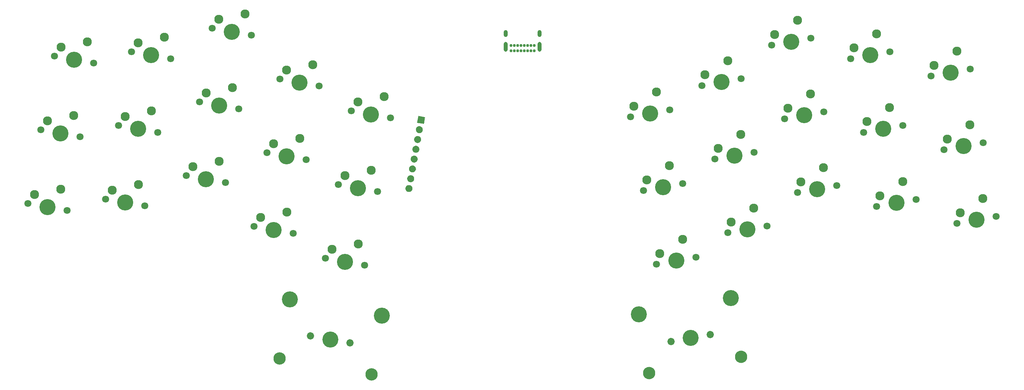
<source format=gts>
%TF.GenerationSoftware,KiCad,Pcbnew,5.1.6*%
%TF.CreationDate,2020-09-20T21:14:21+03:00*%
%TF.ProjectId,Ball40,42616c6c-3430-42e6-9b69-6361645f7063,rev?*%
%TF.SameCoordinates,Original*%
%TF.FileFunction,Soldermask,Top*%
%TF.FilePolarity,Negative*%
%FSLAX46Y46*%
G04 Gerber Fmt 4.6, Leading zero omitted, Abs format (unit mm)*
G04 Created by KiCad (PCBNEW 5.1.6) date 2020-09-20 21:14:21*
%MOMM*%
%LPD*%
G01*
G04 APERTURE LIST*
%ADD10C,4.087800*%
%ADD11C,1.850000*%
%ADD12C,3.148000*%
%ADD13C,1.800000*%
%ADD14C,4.100000*%
%ADD15C,2.300000*%
%ADD16C,0.750000*%
%ADD17O,1.000000X2.500000*%
%ADD18O,1.000000X1.800000*%
%ADD19C,0.100000*%
G04 APERTURE END LIST*
D10*
%TO.C,MX32*%
X192024000Y-133223000D03*
D11*
X187021177Y-134105133D03*
X197026823Y-132340867D03*
D12*
X181511565Y-142169381D03*
X204962300Y-138034384D03*
D10*
X178865167Y-127160911D03*
X202315902Y-123025913D03*
%TD*%
%TO.C,MX31*%
X100153177Y-133610867D03*
D11*
X95150354Y-132728734D03*
X105156000Y-134493000D03*
D12*
X87214877Y-138422251D03*
X110665612Y-142557248D03*
D10*
X89861275Y-123413780D03*
X113312010Y-127548778D03*
%TD*%
D13*
%TO.C,MX30*%
X269956544Y-102224757D03*
X259950898Y-103989022D03*
D14*
X264953721Y-103106890D03*
D15*
X260760537Y-101267078D03*
X266573000Y-97663000D03*
%TD*%
D13*
%TO.C,MX29*%
X249509544Y-97906757D03*
X239503898Y-99671022D03*
D14*
X244506721Y-98788890D03*
D15*
X240313537Y-96949078D03*
X246126000Y-93345000D03*
%TD*%
D13*
%TO.C,MX28*%
X229316544Y-94367867D03*
X219310898Y-96132132D03*
D14*
X224313721Y-95250000D03*
D15*
X220120537Y-93410188D03*
X225933000Y-89806110D03*
%TD*%
D13*
%TO.C,MX27*%
X211536544Y-104637757D03*
X201530898Y-106402022D03*
D14*
X206533721Y-105519890D03*
D15*
X202340537Y-103680078D03*
X208153000Y-100076000D03*
%TD*%
D13*
%TO.C,MX26*%
X193375544Y-112638757D03*
X183369898Y-114403022D03*
D14*
X188372721Y-113520890D03*
D15*
X184179537Y-111681078D03*
X189992000Y-108077000D03*
%TD*%
D13*
%TO.C,MX25*%
X108888823Y-114674133D03*
X98883176Y-112909867D03*
D14*
X103886000Y-113792000D03*
D15*
X100574948Y-110628989D03*
X107269544Y-109230243D03*
%TD*%
D13*
%TO.C,MX24*%
X90727823Y-106546133D03*
X80722176Y-104781867D03*
D14*
X85725000Y-105664000D03*
D15*
X82413948Y-102500989D03*
X89108544Y-101102243D03*
%TD*%
D13*
%TO.C,MX23*%
X73455823Y-93581890D03*
X63450176Y-91817624D03*
D14*
X68453000Y-92699757D03*
D15*
X65141948Y-89536746D03*
X71836544Y-88138000D03*
%TD*%
D13*
%TO.C,MX22*%
X52881823Y-99550890D03*
X42876176Y-97786624D03*
D14*
X47879000Y-98668757D03*
D15*
X44567948Y-95505746D03*
X51262544Y-94107000D03*
%TD*%
D13*
%TO.C,MX21*%
X266654544Y-83428757D03*
X256648898Y-85193022D03*
D14*
X261651721Y-84310890D03*
D15*
X257458537Y-82471078D03*
X263271000Y-78867000D03*
%TD*%
D13*
%TO.C,MX20*%
X246175823Y-79000867D03*
X236170177Y-80765132D03*
D14*
X241173000Y-79883000D03*
D15*
X236979816Y-78043188D03*
X242792279Y-74439110D03*
%TD*%
D13*
%TO.C,MX19*%
X226014544Y-75554757D03*
X216008898Y-77319022D03*
D14*
X221011721Y-76436890D03*
D15*
X216818537Y-74597078D03*
X222631000Y-70993000D03*
%TD*%
D13*
%TO.C,MX18*%
X208234544Y-85841757D03*
X198228898Y-87606022D03*
D14*
X203231721Y-86723890D03*
D15*
X199038537Y-84884078D03*
X204851000Y-81280000D03*
%TD*%
D13*
%TO.C,MX17*%
X190041823Y-93859867D03*
X180036177Y-95624132D03*
D14*
X185039000Y-94742000D03*
D15*
X180845816Y-92902188D03*
X186658279Y-89298110D03*
%TD*%
D13*
%TO.C,MX16*%
X112190823Y-95878133D03*
X102185176Y-94113867D03*
D14*
X107188000Y-94996000D03*
D15*
X103876948Y-91832989D03*
X110571544Y-90434243D03*
%TD*%
D13*
%TO.C,MX15*%
X94029823Y-87750133D03*
X84024176Y-85985867D03*
D14*
X89027000Y-86868000D03*
D15*
X85715948Y-83704989D03*
X92410544Y-82306243D03*
%TD*%
D13*
%TO.C,MX14*%
X76803279Y-74785890D03*
X66797632Y-73021624D03*
D14*
X71800456Y-73903757D03*
D15*
X68489404Y-70740746D03*
X75184000Y-69342000D03*
%TD*%
D13*
%TO.C,MX13*%
X56183823Y-80765133D03*
X46178176Y-79000867D03*
D14*
X51181000Y-79883000D03*
D15*
X47869948Y-76719989D03*
X54564544Y-75321243D03*
%TD*%
D13*
%TO.C,MX12*%
X263320823Y-64649867D03*
X253315177Y-66414132D03*
D14*
X258318000Y-65532000D03*
D15*
X254124816Y-63692188D03*
X259937279Y-60088110D03*
%TD*%
D13*
%TO.C,MX11*%
X242873823Y-60204867D03*
X232868177Y-61969132D03*
D14*
X237871000Y-61087000D03*
D15*
X233677816Y-59247188D03*
X239490279Y-55643110D03*
%TD*%
D13*
%TO.C,MX10*%
X222680823Y-56775867D03*
X212675177Y-58540132D03*
D14*
X217678000Y-57658000D03*
D15*
X213484816Y-55818188D03*
X219297279Y-52214110D03*
%TD*%
D13*
%TO.C,MX9*%
X33069823Y-100704133D03*
X23064176Y-98939867D03*
D14*
X28067000Y-99822000D03*
D15*
X24755948Y-96658989D03*
X31450544Y-95260243D03*
%TD*%
D13*
%TO.C,MX8*%
X204900823Y-67062867D03*
X194895177Y-68827132D03*
D14*
X199898000Y-67945000D03*
D15*
X195704816Y-66105188D03*
X201517279Y-62501110D03*
%TD*%
D13*
%TO.C,MX7*%
X186739823Y-75063867D03*
X176734177Y-76828132D03*
D14*
X181737000Y-75946000D03*
D15*
X177543816Y-74106188D03*
X183356279Y-70502110D03*
%TD*%
D13*
%TO.C,MX6*%
X115492823Y-77082133D03*
X105487176Y-75317867D03*
D14*
X110490000Y-76200000D03*
D15*
X107178948Y-73036989D03*
X113873544Y-71638243D03*
%TD*%
D13*
%TO.C,MX5*%
X36371823Y-81908133D03*
X26366176Y-80143867D03*
D14*
X31369000Y-81026000D03*
D15*
X28057948Y-77862989D03*
X34752544Y-76464243D03*
%TD*%
D13*
%TO.C,MX4*%
X97331823Y-68954133D03*
X87326176Y-67189867D03*
D14*
X92329000Y-68072000D03*
D15*
X89017948Y-64908989D03*
X95712544Y-63510243D03*
%TD*%
D13*
%TO.C,MX3*%
X80059823Y-56000133D03*
X70054176Y-54235867D03*
D14*
X75057000Y-55118000D03*
D15*
X71745948Y-51954989D03*
X78440544Y-50556243D03*
%TD*%
D13*
%TO.C,MX2*%
X59485823Y-61969133D03*
X49480176Y-60204867D03*
D14*
X54483000Y-61087000D03*
D15*
X51171948Y-57923989D03*
X57866544Y-56525243D03*
%TD*%
D13*
%TO.C,MX1*%
X39800823Y-63112133D03*
X29795176Y-61347867D03*
D14*
X34798000Y-62230000D03*
D15*
X31486948Y-59066989D03*
X38181544Y-57668243D03*
%TD*%
D16*
%TO.C,J2*%
X147950000Y-59948000D03*
X146250000Y-59948000D03*
X147100000Y-59948000D03*
X148800000Y-59948000D03*
X149650000Y-59948000D03*
X150500000Y-59948000D03*
X151350000Y-59948000D03*
X152200000Y-59948000D03*
X146250000Y-58623000D03*
X147105000Y-58623000D03*
X147955000Y-58623000D03*
X148805000Y-58623000D03*
X149655000Y-58623000D03*
X150505000Y-58623000D03*
X151355000Y-58623000D03*
X152205000Y-58623000D03*
D17*
X144900000Y-58968000D03*
X153550000Y-58968000D03*
D18*
X144900000Y-55588000D03*
X153550000Y-55588000D03*
%TD*%
%TO.C,J1*%
G36*
G01*
X119343208Y-94950599D02*
X119343208Y-94950599D01*
G75*
G02*
X120385818Y-94220555I886327J-156283D01*
G01*
X120385818Y-94220555D01*
G75*
G02*
X121115862Y-95263165I-156283J-886327D01*
G01*
X121115862Y-95263165D01*
G75*
G02*
X120073252Y-95993209I-886327J156283D01*
G01*
X120073252Y-95993209D01*
G75*
G02*
X119343208Y-94950599I156283J886327D01*
G01*
G37*
G36*
G01*
X119784275Y-92449187D02*
X119784275Y-92449187D01*
G75*
G02*
X120826885Y-91719143I886327J-156283D01*
G01*
X120826885Y-91719143D01*
G75*
G02*
X121556929Y-92761753I-156283J-886327D01*
G01*
X121556929Y-92761753D01*
G75*
G02*
X120514319Y-93491797I-886327J156283D01*
G01*
X120514319Y-93491797D01*
G75*
G02*
X119784275Y-92449187I156283J886327D01*
G01*
G37*
G36*
G01*
X120225341Y-89947775D02*
X120225341Y-89947775D01*
G75*
G02*
X121267951Y-89217731I886327J-156283D01*
G01*
X121267951Y-89217731D01*
G75*
G02*
X121997995Y-90260341I-156283J-886327D01*
G01*
X121997995Y-90260341D01*
G75*
G02*
X120955385Y-90990385I-886327J156283D01*
G01*
X120955385Y-90990385D01*
G75*
G02*
X120225341Y-89947775I156283J886327D01*
G01*
G37*
G36*
G01*
X120666408Y-87446364D02*
X120666408Y-87446364D01*
G75*
G02*
X121709018Y-86716320I886327J-156283D01*
G01*
X121709018Y-86716320D01*
G75*
G02*
X122439062Y-87758930I-156283J-886327D01*
G01*
X122439062Y-87758930D01*
G75*
G02*
X121396452Y-88488974I-886327J156283D01*
G01*
X121396452Y-88488974D01*
G75*
G02*
X120666408Y-87446364I156283J886327D01*
G01*
G37*
G36*
G01*
X121107474Y-84944952D02*
X121107474Y-84944952D01*
G75*
G02*
X122150084Y-84214908I886327J-156283D01*
G01*
X122150084Y-84214908D01*
G75*
G02*
X122880128Y-85257518I-156283J-886327D01*
G01*
X122880128Y-85257518D01*
G75*
G02*
X121837518Y-85987562I-886327J156283D01*
G01*
X121837518Y-85987562D01*
G75*
G02*
X121107474Y-84944952I156283J886327D01*
G01*
G37*
G36*
G01*
X121548540Y-82443540D02*
X121548540Y-82443540D01*
G75*
G02*
X122591150Y-81713496I886327J-156283D01*
G01*
X122591150Y-81713496D01*
G75*
G02*
X123321194Y-82756106I-156283J-886327D01*
G01*
X123321194Y-82756106D01*
G75*
G02*
X122278584Y-83486150I-886327J156283D01*
G01*
X122278584Y-83486150D01*
G75*
G02*
X121548540Y-82443540I156283J886327D01*
G01*
G37*
G36*
G01*
X121989607Y-79942129D02*
X121989607Y-79942129D01*
G75*
G02*
X123032217Y-79212085I886327J-156283D01*
G01*
X123032217Y-79212085D01*
G75*
G02*
X123762261Y-80254695I-156283J-886327D01*
G01*
X123762261Y-80254695D01*
G75*
G02*
X122719651Y-80984739I-886327J156283D01*
G01*
X122719651Y-80984739D01*
G75*
G02*
X121989607Y-79942129I156283J886327D01*
G01*
G37*
D19*
G36*
X122274390Y-78327044D02*
G01*
X122586956Y-76554390D01*
X124359610Y-76866956D01*
X124047044Y-78639610D01*
X122274390Y-78327044D01*
G37*
%TD*%
M02*

</source>
